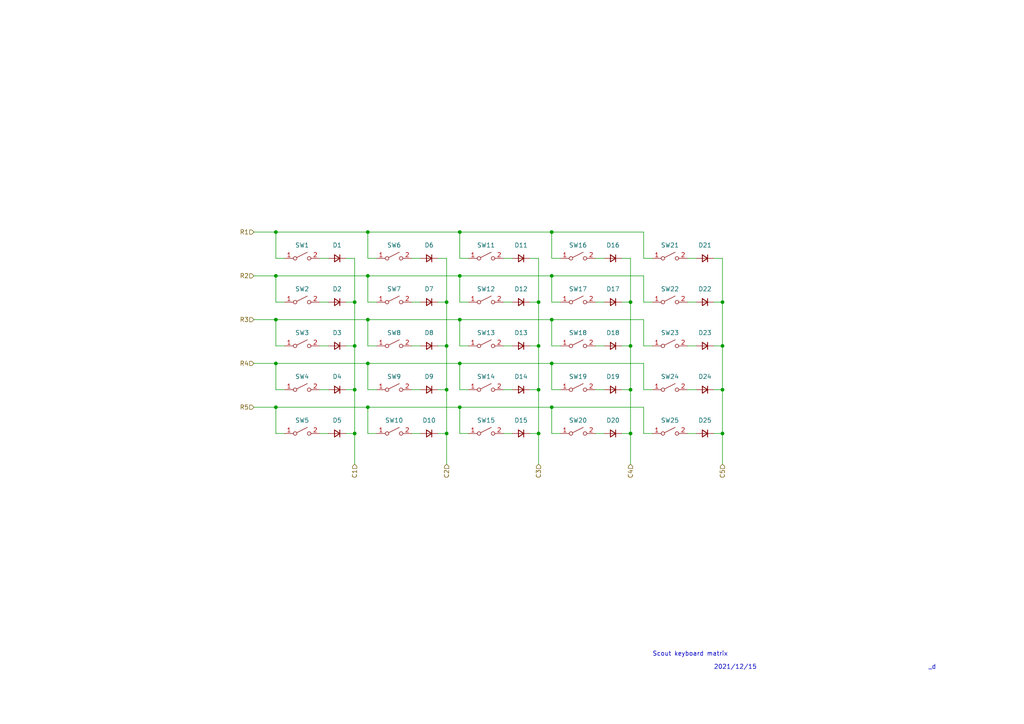
<source format=kicad_sch>
(kicad_sch (version 20211123) (generator eeschema)
  (paper "A4")
  (lib_symbols
    (symbol "Device:D_Small" (pin_numbers hide) (pin_names (offset 0.254) hide)
      (property "Reference" "D" (at -1.27 2.032 0))
      (property "Value" "D_Small" (at -3.81 -2.032 0))
      (symbol "D_Small_0_1"
        (polyline (pts (xy -0.762 -1.016) (xy -0.762 1.016)) (stroke (width 0.254)))
        (polyline (pts (xy -0.762 0) (xy 0.762 0)))
        (polyline (pts (xy 0.762 -1.016) (xy -0.762 0) (xy 0.762 1.016) (xy 0.762 -1.016)) (stroke (width 0.254)))
      )
      (symbol "D_Small_1_1"
        (pin passive line (at -2.54 0 0) (length 1.778) (name "K") (number "1"))
        (pin passive line (at 2.54 0 180) (length 1.778) (name "A") (number "2"))
      )
    )
    (symbol "Switch:SW_SPST" (pin_names (offset 0) hide)
      (property "Reference" "SW" (at 0 3.175 0))
      (property "Value" "SW_SPST" (at 0 -2.54 0))
      (symbol "SW_SPST_0_0"
        (circle (center -2.032 0) (radius 0.508))
        (polyline (pts (xy -1.524 0.254) (xy 1.524 1.778)))
        (circle (center 2.032 0) (radius 0.508))
      )
      (symbol "SW_SPST_1_1"
        (pin passive line (at -5.08 0 0) (length 2.54) (name "A") (number "1"))
        (pin passive line (at 5.08 0 180) (length 2.54) (name "B") (number "2"))
      )
    )
  )
  (junction (at 156.21 113.03))
  (junction (at 133.35 80.01))
  (junction (at 160.02 92.71))
  (junction (at 156.21 125.73))
  (junction (at 182.88 87.63))
  (junction (at 106.68 80.01))
  (junction (at 160.02 67.31))
  (junction (at 102.87 87.63))
  (junction (at 106.68 118.11))
  (junction (at 102.87 125.73))
  (junction (at 156.21 87.63))
  (junction (at 156.21 100.33))
  (junction (at 106.68 67.31))
  (junction (at 80.01 80.01))
  (junction (at 209.55 87.63))
  (junction (at 80.01 105.41))
  (junction (at 182.88 113.03))
  (junction (at 133.35 105.41))
  (junction (at 160.02 80.01))
  (junction (at 133.35 67.31))
  (junction (at 209.55 125.73))
  (junction (at 182.88 125.73))
  (junction (at 106.68 92.71))
  (junction (at 102.87 100.33))
  (junction (at 209.55 113.03))
  (junction (at 129.54 113.03))
  (junction (at 133.35 92.71))
  (junction (at 80.01 118.11))
  (junction (at 129.54 100.33))
  (junction (at 160.02 105.41))
  (junction (at 160.02 118.11))
  (junction (at 133.35 118.11))
  (junction (at 80.01 67.31))
  (junction (at 106.68 105.41))
  (junction (at 129.54 87.63))
  (junction (at 129.54 125.73))
  (junction (at 102.87 113.03))
  (junction (at 182.88 100.33))
  (junction (at 209.55 100.33))
  (junction (at 80.01 92.71))
  (wire (pts (xy 146.05 125.73) (xy 148.59 125.73)))
  (wire (pts (xy 106.68 92.71) (xy 80.01 92.71)))
  (wire (pts (xy 172.72 74.93) (xy 175.26 74.93)))
  (wire (pts (xy 129.54 87.63) (xy 129.54 100.33)))
  (wire (pts (xy 119.38 100.33) (xy 121.92 100.33)))
  (wire (pts (xy 129.54 113.03) (xy 129.54 125.73)))
  (wire (pts (xy 127 87.63) (xy 129.54 87.63)))
  (wire (pts (xy 160.02 100.33) (xy 162.56 100.33)))
  (wire (pts (xy 133.35 67.31) (xy 133.35 74.93)))
  (wire (pts (xy 182.88 100.33) (xy 182.88 113.03)))
  (wire (pts (xy 180.34 125.73) (xy 182.88 125.73)))
  (wire (pts (xy 102.87 100.33) (xy 102.87 113.03)))
  (wire (pts (xy 156.21 125.73) (xy 156.21 134.62)))
  (wire (pts (xy 160.02 118.11) (xy 186.69 118.11)))
  (wire (pts (xy 106.68 67.31) (xy 80.01 67.31)))
  (wire (pts (xy 106.68 125.73) (xy 109.22 125.73)))
  (wire (pts (xy 133.35 118.11) (xy 133.35 125.73)))
  (wire (pts (xy 180.34 74.93) (xy 182.88 74.93)))
  (wire (pts (xy 133.35 92.71) (xy 160.02 92.71)))
  (wire (pts (xy 156.21 74.93) (xy 156.21 87.63)))
  (wire (pts (xy 106.68 113.03) (xy 106.68 105.41)))
  (wire (pts (xy 80.01 80.01) (xy 80.01 87.63)))
  (wire (pts (xy 182.88 113.03) (xy 182.88 125.73)))
  (wire (pts (xy 80.01 105.41) (xy 80.01 113.03)))
  (wire (pts (xy 80.01 105.41) (xy 73.66 105.41)))
  (wire (pts (xy 100.33 74.93) (xy 102.87 74.93)))
  (wire (pts (xy 160.02 125.73) (xy 162.56 125.73)))
  (wire (pts (xy 172.72 113.03) (xy 175.26 113.03)))
  (wire (pts (xy 102.87 113.03) (xy 102.87 125.73)))
  (wire (pts (xy 180.34 87.63) (xy 182.88 87.63)))
  (wire (pts (xy 186.69 125.73) (xy 189.23 125.73)))
  (wire (pts (xy 160.02 67.31) (xy 186.69 67.31)))
  (wire (pts (xy 106.68 113.03) (xy 109.22 113.03)))
  (wire (pts (xy 133.35 67.31) (xy 160.02 67.31)))
  (wire (pts (xy 153.67 113.03) (xy 156.21 113.03)))
  (wire (pts (xy 209.55 113.03) (xy 209.55 125.73)))
  (wire (pts (xy 129.54 74.93) (xy 129.54 87.63)))
  (wire (pts (xy 207.01 87.63) (xy 209.55 87.63)))
  (wire (pts (xy 207.01 113.03) (xy 209.55 113.03)))
  (wire (pts (xy 80.01 74.93) (xy 82.55 74.93)))
  (wire (pts (xy 186.69 74.93) (xy 189.23 74.93)))
  (wire (pts (xy 100.33 87.63) (xy 102.87 87.63)))
  (wire (pts (xy 106.68 87.63) (xy 106.68 80.01)))
  (wire (pts (xy 92.71 113.03) (xy 95.25 113.03)))
  (wire (pts (xy 153.67 74.93) (xy 156.21 74.93)))
  (wire (pts (xy 106.68 125.73) (xy 106.68 118.11)))
  (wire (pts (xy 160.02 105.41) (xy 186.69 105.41)))
  (wire (pts (xy 186.69 80.01) (xy 186.69 87.63)))
  (wire (pts (xy 127 125.73) (xy 129.54 125.73)))
  (wire (pts (xy 209.55 87.63) (xy 209.55 100.33)))
  (wire (pts (xy 129.54 100.33) (xy 129.54 113.03)))
  (wire (pts (xy 172.72 125.73) (xy 175.26 125.73)))
  (wire (pts (xy 186.69 118.11) (xy 186.69 125.73)))
  (wire (pts (xy 160.02 92.71) (xy 160.02 100.33)))
  (wire (pts (xy 80.01 113.03) (xy 82.55 113.03)))
  (wire (pts (xy 209.55 125.73) (xy 209.55 134.62)))
  (wire (pts (xy 119.38 113.03) (xy 121.92 113.03)))
  (wire (pts (xy 207.01 100.33) (xy 209.55 100.33)))
  (wire (pts (xy 127 113.03) (xy 129.54 113.03)))
  (wire (pts (xy 92.71 87.63) (xy 95.25 87.63)))
  (wire (pts (xy 186.69 92.71) (xy 186.69 100.33)))
  (wire (pts (xy 186.69 100.33) (xy 189.23 100.33)))
  (wire (pts (xy 156.21 87.63) (xy 156.21 100.33)))
  (wire (pts (xy 92.71 74.93) (xy 95.25 74.93)))
  (wire (pts (xy 160.02 113.03) (xy 162.56 113.03)))
  (wire (pts (xy 160.02 74.93) (xy 162.56 74.93)))
  (wire (pts (xy 182.88 125.73) (xy 182.88 134.62)))
  (wire (pts (xy 92.71 125.73) (xy 95.25 125.73)))
  (wire (pts (xy 133.35 113.03) (xy 135.89 113.03)))
  (wire (pts (xy 133.35 118.11) (xy 160.02 118.11)))
  (wire (pts (xy 133.35 92.71) (xy 133.35 100.33)))
  (wire (pts (xy 106.68 67.31) (xy 133.35 67.31)))
  (wire (pts (xy 180.34 100.33) (xy 182.88 100.33)))
  (wire (pts (xy 106.68 100.33) (xy 109.22 100.33)))
  (wire (pts (xy 133.35 80.01) (xy 133.35 87.63)))
  (wire (pts (xy 133.35 125.73) (xy 135.89 125.73)))
  (wire (pts (xy 199.39 113.03) (xy 201.93 113.03)))
  (wire (pts (xy 133.35 105.41) (xy 160.02 105.41)))
  (wire (pts (xy 127 100.33) (xy 129.54 100.33)))
  (wire (pts (xy 106.68 118.11) (xy 133.35 118.11)))
  (wire (pts (xy 186.69 113.03) (xy 189.23 113.03)))
  (wire (pts (xy 146.05 100.33) (xy 148.59 100.33)))
  (wire (pts (xy 106.68 80.01) (xy 133.35 80.01)))
  (wire (pts (xy 160.02 92.71) (xy 186.69 92.71)))
  (wire (pts (xy 133.35 80.01) (xy 160.02 80.01)))
  (wire (pts (xy 80.01 92.71) (xy 80.01 100.33)))
  (wire (pts (xy 209.55 100.33) (xy 209.55 113.03)))
  (wire (pts (xy 106.68 74.93) (xy 106.68 67.31)))
  (wire (pts (xy 80.01 125.73) (xy 82.55 125.73)))
  (wire (pts (xy 153.67 125.73) (xy 156.21 125.73)))
  (wire (pts (xy 160.02 80.01) (xy 186.69 80.01)))
  (wire (pts (xy 146.05 74.93) (xy 148.59 74.93)))
  (wire (pts (xy 106.68 74.93) (xy 109.22 74.93)))
  (wire (pts (xy 127 74.93) (xy 129.54 74.93)))
  (wire (pts (xy 199.39 125.73) (xy 201.93 125.73)))
  (wire (pts (xy 172.72 100.33) (xy 175.26 100.33)))
  (wire (pts (xy 106.68 100.33) (xy 106.68 92.71)))
  (wire (pts (xy 106.68 87.63) (xy 109.22 87.63)))
  (wire (pts (xy 100.33 125.73) (xy 102.87 125.73)))
  (wire (pts (xy 153.67 100.33) (xy 156.21 100.33)))
  (wire (pts (xy 102.87 125.73) (xy 102.87 134.62)))
  (wire (pts (xy 186.69 67.31) (xy 186.69 74.93)))
  (wire (pts (xy 186.69 87.63) (xy 189.23 87.63)))
  (wire (pts (xy 119.38 87.63) (xy 121.92 87.63)))
  (wire (pts (xy 106.68 105.41) (xy 80.01 105.41)))
  (wire (pts (xy 160.02 118.11) (xy 160.02 125.73)))
  (wire (pts (xy 80.01 118.11) (xy 73.66 118.11)))
  (wire (pts (xy 80.01 80.01) (xy 73.66 80.01)))
  (wire (pts (xy 160.02 105.41) (xy 160.02 113.03)))
  (wire (pts (xy 133.35 105.41) (xy 133.35 113.03)))
  (wire (pts (xy 153.67 87.63) (xy 156.21 87.63)))
  (wire (pts (xy 129.54 125.73) (xy 129.54 134.62)))
  (wire (pts (xy 199.39 87.63) (xy 201.93 87.63)))
  (wire (pts (xy 80.01 118.11) (xy 80.01 125.73)))
  (wire (pts (xy 80.01 92.71) (xy 73.66 92.71)))
  (wire (pts (xy 106.68 92.71) (xy 133.35 92.71)))
  (wire (pts (xy 133.35 87.63) (xy 135.89 87.63)))
  (wire (pts (xy 182.88 87.63) (xy 182.88 100.33)))
  (wire (pts (xy 106.68 105.41) (xy 133.35 105.41)))
  (wire (pts (xy 100.33 113.03) (xy 102.87 113.03)))
  (wire (pts (xy 106.68 80.01) (xy 80.01 80.01)))
  (wire (pts (xy 199.39 74.93) (xy 201.93 74.93)))
  (wire (pts (xy 209.55 74.93) (xy 209.55 87.63)))
  (wire (pts (xy 146.05 87.63) (xy 148.59 87.63)))
  (wire (pts (xy 133.35 100.33) (xy 135.89 100.33)))
  (wire (pts (xy 102.87 87.63) (xy 102.87 100.33)))
  (wire (pts (xy 156.21 113.03) (xy 156.21 125.73)))
  (wire (pts (xy 207.01 125.73) (xy 209.55 125.73)))
  (wire (pts (xy 182.88 74.93) (xy 182.88 87.63)))
  (wire (pts (xy 207.01 74.93) (xy 209.55 74.93)))
  (wire (pts (xy 160.02 67.31) (xy 160.02 74.93)))
  (wire (pts (xy 100.33 100.33) (xy 102.87 100.33)))
  (wire (pts (xy 80.01 67.31) (xy 80.01 74.93)))
  (wire (pts (xy 172.72 87.63) (xy 175.26 87.63)))
  (wire (pts (xy 102.87 74.93) (xy 102.87 87.63)))
  (wire (pts (xy 119.38 74.93) (xy 121.92 74.93)))
  (wire (pts (xy 199.39 100.33) (xy 201.93 100.33)))
  (wire (pts (xy 160.02 80.01) (xy 160.02 87.63)))
  (wire (pts (xy 156.21 100.33) (xy 156.21 113.03)))
  (wire (pts (xy 80.01 67.31) (xy 73.66 67.31)))
  (wire (pts (xy 160.02 87.63) (xy 162.56 87.63)))
  (wire (pts (xy 80.01 100.33) (xy 82.55 100.33)))
  (wire (pts (xy 186.69 105.41) (xy 186.69 113.03)))
  (wire (pts (xy 119.38 125.73) (xy 121.92 125.73)))
  (wire (pts (xy 106.68 118.11) (xy 80.01 118.11)))
  (wire (pts (xy 92.71 100.33) (xy 95.25 100.33)))
  (wire (pts (xy 146.05 113.03) (xy 148.59 113.03)))
  (wire (pts (xy 180.34 113.03) (xy 182.88 113.03)))
  (wire (pts (xy 133.35 74.93) (xy 135.89 74.93)))
  (wire (pts (xy 80.01 87.63) (xy 82.55 87.63)))
  (text "2021/12/15" (at 207.01 194.31 0) (effects (font (size 1.27 1.27)) (justify left bottom)))
  (text "Scout keyboard matrix" (at 189.23 190.5 0) (effects (font (size 1.27 1.27)) (justify left bottom)))
  (text "_d" (at 269.24 194.31 0) (effects (font (size 1.27 1.27)) (justify left bottom)))
  (hierarchical_label "C1" (shape input) (at 102.87 134.62 270))
  (hierarchical_label "C5" (shape input) (at 209.55 134.62 270))
  (hierarchical_label "C3" (shape input) (at 156.21 134.62 270))
  (hierarchical_label "R1" (shape input) (at 73.66 67.31 180))
  (hierarchical_label "R3" (shape input) (at 73.66 92.71 180))
  (hierarchical_label "C2" (shape input) (at 129.54 134.62 270))
  (hierarchical_label "C4" (shape input) (at 182.88 134.62 270))
  (hierarchical_label "R2" (shape input) (at 73.66 80.01 180))
  (hierarchical_label "R4" (shape input) (at 73.66 105.41 180))
  (hierarchical_label "R5" (shape input) (at 73.66 118.11 180))
  (symbol (lib_id "Switch:SW_SPST") (at 87.63 74.93 0) (unit 1)
    (property "Reference" "SW1" (at 87.63 71.12 0))
    (property "Value" "SPST" (effects hide))
    (property "Footprint" "Button_Switch_THT:SW_PUSH_6mm" (effects hide))
  )
  (symbol (lib_id "Device:D_Small") (at 97.79 74.93 180) (unit 1)
    (property "Reference" "D1" (at 97.79 71.12 0))
    (property "Value" "D" (effects hide))
  )
  (symbol (lib_id "Switch:SW_SPST") (at 114.3 74.93 0) (unit 1)
    (property "Reference" "SW6" (at 114.3 71.12 0))
    (property "Value" "SPST" (effects hide))
    (property "Footprint" "Button_Switch_THT:SW_PUSH_6mm" (effects hide))
  )
  (symbol (lib_id "Device:D_Small") (at 124.46 74.93 180) (unit 1)
    (property "Reference" "D6" (at 124.46 71.12 0))
    (property "Value" "D" (effects hide))
  )
  (symbol (lib_id "Switch:SW_SPST") (at 140.97 74.93 0) (unit 1)
    (property "Reference" "SW11" (at 140.97 71.12 0))
    (property "Value" "SPST" (effects hide))
    (property "Footprint" "Button_Switch_THT:SW_PUSH_6mm" (effects hide))
  )
  (symbol (lib_id "Device:D_Small") (at 151.13 74.93 180) (unit 1)
    (property "Reference" "D11" (at 151.13 71.12 0))
    (property "Value" "D" (effects hide))
  )
  (symbol (lib_id "Switch:SW_SPST") (at 167.64 74.93 0) (unit 1)
    (property "Reference" "SW16" (at 167.64 71.12 0))
    (property "Value" "SPST" (effects hide))
    (property "Footprint" "Button_Switch_THT:SW_PUSH_6mm" (effects hide))
  )
  (symbol (lib_id "Device:D_Small") (at 177.8 74.93 180) (unit 1)
    (property "Reference" "D16" (at 177.8 71.12 0))
    (property "Value" "D" (effects hide))
  )
  (symbol (lib_id "Switch:SW_SPST") (at 194.31 74.93 0) (unit 1)
    (property "Reference" "SW21" (at 194.31 71.12 0))
    (property "Value" "SPST" (effects hide))
    (property "Footprint" "Button_Switch_THT:SW_PUSH_6mm" (effects hide))
  )
  (symbol (lib_id "Device:D_Small") (at 204.47 74.93 180) (unit 1)
    (property "Reference" "D21" (at 204.47 71.12 0))
    (property "Value" "D" (effects hide))
  )
  (symbol (lib_id "Switch:SW_SPST") (at 87.63 87.63 0) (unit 1)
    (property "Reference" "SW2" (at 87.63 83.82 0))
    (property "Value" "SPST" (effects hide))
    (property "Footprint" "Button_Switch_THT:SW_PUSH_6mm" (effects hide))
  )
  (symbol (lib_id "Device:D_Small") (at 97.79 87.63 180) (unit 1)
    (property "Reference" "D2" (at 97.79 83.82 0))
    (property "Value" "D" (effects hide))
  )
  (symbol (lib_id "Device:D_Small") (at 124.46 87.63 180) (unit 1)
    (property "Reference" "D7" (at 124.46 83.82 0))
    (property "Value" "D" (effects hide))
  )
  (symbol (lib_id "Switch:SW_SPST") (at 140.97 87.63 0) (unit 1)
    (property "Reference" "SW12" (at 140.97 83.82 0))
    (property "Value" "SPST" (effects hide))
    (property "Footprint" "Button_Switch_THT:SW_PUSH_6mm" (effects hide))
  )
  (symbol (lib_id "Device:D_Small") (at 151.13 87.63 180) (unit 1)
    (property "Reference" "D12" (at 151.13 83.82 0))
    (property "Value" "D" (effects hide))
  )
  (symbol (lib_id "Switch:SW_SPST") (at 167.64 87.63 0) (unit 1)
    (property "Reference" "SW17" (at 167.64 83.82 0))
    (property "Value" "SPST" (effects hide))
    (property "Footprint" "Button_Switch_THT:SW_PUSH_6mm" (effects hide))
  )
  (symbol (lib_id "Device:D_Small") (at 177.8 87.63 180) (unit 1)
    (property "Reference" "D17" (at 177.8 83.82 0))
    (property "Value" "D" (effects hide))
  )
  (symbol (lib_id "Switch:SW_SPST") (at 194.31 87.63 0) (unit 1)
    (property "Reference" "SW22" (at 194.31 83.82 0))
    (property "Value" "SPST" (effects hide))
    (property "Footprint" "Button_Switch_THT:SW_PUSH_6mm" (effects hide))
  )
  (symbol (lib_id "Device:D_Small") (at 204.47 87.63 180) (unit 1)
    (property "Reference" "D22" (at 204.47 83.82 0))
    (property "Value" "D" (effects hide))
  )
  (symbol (lib_id "Switch:SW_SPST") (at 114.3 87.63 0) (unit 1)
    (property "Reference" "SW7" (at 114.3 83.82 0))
    (property "Value" "SPST" (effects hide))
    (property "Footprint" "Button_Switch_THT:SW_PUSH_6mm" (effects hide))
  )
  (symbol (lib_id "Switch:SW_SPST") (at 87.63 100.33 0) (unit 1)
    (property "Reference" "SW3" (at 87.63 96.52 0))
    (property "Value" "SPST" (effects hide))
    (property "Footprint" "Button_Switch_THT:SW_PUSH_6mm" (effects hide))
  )
  (symbol (lib_id "Device:D_Small") (at 97.79 100.33 180) (unit 1)
    (property "Reference" "D3" (at 97.79 96.52 0))
    (property "Value" "D" (effects hide))
  )
  (symbol (lib_id "Device:D_Small") (at 124.46 100.33 180) (unit 1)
    (property "Reference" "D8" (at 124.46 96.52 0))
    (property "Value" "D" (effects hide))
  )
  (symbol (lib_id "Switch:SW_SPST") (at 140.97 100.33 0) (unit 1)
    (property "Reference" "SW13" (at 140.97 96.52 0))
    (property "Value" "SPST" (effects hide))
    (property "Footprint" "Button_Switch_THT:SW_PUSH_6mm" (effects hide))
  )
  (symbol (lib_id "Device:D_Small") (at 151.13 100.33 180) (unit 1)
    (property "Reference" "D13" (at 151.13 96.52 0))
    (property "Value" "D" (effects hide))
  )
  (symbol (lib_id "Switch:SW_SPST") (at 167.64 100.33 0) (unit 1)
    (property "Reference" "SW18" (at 167.64 96.52 0))
    (property "Value" "SPST" (effects hide))
    (property "Footprint" "Button_Switch_THT:SW_PUSH_6mm" (effects hide))
  )
  (symbol (lib_id "Device:D_Small") (at 177.8 100.33 180) (unit 1)
    (property "Reference" "D18" (at 177.8 96.52 0))
    (property "Value" "D" (effects hide))
  )
  (symbol (lib_id "Switch:SW_SPST") (at 194.31 100.33 0) (unit 1)
    (property "Reference" "SW23" (at 194.31 96.52 0))
    (property "Value" "SPST" (effects hide))
    (property "Footprint" "Button_Switch_THT:SW_PUSH_6mm" (effects hide))
  )
  (symbol (lib_id "Device:D_Small") (at 204.47 100.33 180) (unit 1)
    (property "Reference" "D23" (at 204.47 96.52 0))
    (property "Value" "D" (effects hide))
  )
  (symbol (lib_id "Switch:SW_SPST") (at 114.3 100.33 0) (unit 1)
    (property "Reference" "SW8" (at 114.3 96.52 0))
    (property "Value" "SPST" (effects hide))
    (property "Footprint" "Button_Switch_THT:SW_PUSH_6mm" (effects hide))
  )
  (symbol (lib_id "Switch:SW_SPST") (at 87.63 113.03 0) (unit 1)
    (property "Reference" "SW4" (at 87.63 109.22 0))
    (property "Value" "SPST" (effects hide))
    (property "Footprint" "Button_Switch_THT:SW_PUSH_6mm" (effects hide))
  )
  (symbol (lib_id "Device:D_Small") (at 97.79 113.03 180) (unit 1)
    (property "Reference" "D4" (at 97.79 109.22 0))
    (property "Value" "D" (effects hide))
  )
  (symbol (lib_id "Device:D_Small") (at 124.46 113.03 180) (unit 1)
    (property "Reference" "D9" (at 124.46 109.22 0))
    (property "Value" "D" (effects hide))
  )
  (symbol (lib_id "Switch:SW_SPST") (at 140.97 113.03 0) (unit 1)
    (property "Reference" "SW14" (at 140.97 109.22 0))
    (property "Value" "SPST" (effects hide))
    (property "Footprint" "Button_Switch_THT:SW_PUSH_6mm" (effects hide))
  )
  (symbol (lib_id "Device:D_Small") (at 151.13 113.03 180) (unit 1)
    (property "Reference" "D14" (at 151.13 109.22 0))
    (property "Value" "D" (effects hide))
  )
  (symbol (lib_id "Switch:SW_SPST") (at 167.64 113.03 0) (unit 1)
    (property "Reference" "SW19" (at 167.64 109.22 0))
    (property "Value" "SPST" (effects hide))
    (property "Footprint" "Button_Switch_THT:SW_PUSH_6mm" (effects hide))
  )
  (symbol (lib_id "Device:D_Small") (at 177.8 113.03 180) (unit 1)
    (property "Reference" "D19" (at 177.8 109.22 0))
    (property "Value" "D" (effects hide))
  )
  (symbol (lib_id "Switch:SW_SPST") (at 194.31 113.03 0) (unit 1)
    (property "Reference" "SW24" (at 194.31 109.22 0))
    (property "Value" "SPST" (effects hide))
    (property "Footprint" "Button_Switch_THT:SW_PUSH_6mm" (effects hide))
  )
  (symbol (lib_id "Device:D_Small") (at 204.47 113.03 180) (unit 1)
    (property "Reference" "D24" (at 204.47 109.22 0))
    (property "Value" "D" (effects hide))
  )
  (symbol (lib_id "Switch:SW_SPST") (at 114.3 113.03 0) (unit 1)
    (property "Reference" "SW9" (at 114.3 109.22 0))
    (property "Value" "SPST" (effects hide))
    (property "Footprint" "Button_Switch_THT:SW_PUSH_6mm" (effects hide))
  )
  (symbol (lib_id "Switch:SW_SPST") (at 87.63 125.73 0) (unit 1)
    (property "Reference" "SW5" (at 87.63 121.92 0))
    (property "Value" "SPST" (effects hide))
    (property "Footprint" "Button_Switch_THT:SW_PUSH_6mm" (effects hide))
  )
  (symbol (lib_id "Device:D_Small") (at 97.79 125.73 180) (unit 1)
    (property "Reference" "D5" (at 97.79 121.92 0))
    (property "Value" "D" (effects hide))
  )
  (symbol (lib_id "Device:D_Small") (at 124.46 125.73 180) (unit 1)
    (property "Reference" "D10" (at 124.46 121.92 0))
    (property "Value" "D" (effects hide))
  )
  (symbol (lib_id "Switch:SW_SPST") (at 140.97 125.73 0) (unit 1)
    (property "Reference" "SW15" (at 140.97 121.92 0))
    (property "Value" "SPST" (effects hide))
    (property "Footprint" "Button_Switch_THT:SW_PUSH_6mm" (effects hide))
  )
  (symbol (lib_id "Device:D_Small") (at 151.13 125.73 180) (unit 1)
    (property "Reference" "D15" (at 151.13 121.92 0))
    (property "Value" "D" (effects hide))
  )
  (symbol (lib_id "Switch:SW_SPST") (at 167.64 125.73 0) (unit 1)
    (property "Reference" "SW20" (at 167.64 121.92 0))
    (property "Value" "SPST" (effects hide))
    (property "Footprint" "Button_Switch_THT:SW_PUSH_6mm" (effects hide))
  )
  (symbol (lib_id "Device:D_Small") (at 177.8 125.73 180) (unit 1)
    (property "Reference" "D20" (at 177.8 121.92 0))
    (property "Value" "D" (effects hide))
  )
  (symbol (lib_id "Switch:SW_SPST") (at 194.31 125.73 0) (unit 1)
    (property "Reference" "SW25" (at 194.31 121.92 0))
    (property "Value" "SPST" (effects hide))
    (property "Footprint" "Button_Switch_THT:SW_PUSH_6mm" (effects hide))
  )
  (symbol (lib_id "Device:D_Small") (at 204.47 125.73 180) (unit 1)
    (property "Reference" "D25" (at 204.47 121.92 0))
    (property "Value" "D" (effects hide))
  )
  (symbol (lib_id "Switch:SW_SPST") (at 114.3 125.73 0) (unit 1)
    (property "Reference" "SW10" (at 114.3 121.92 0))
    (property "Value" "SPST" (effects hide))
    (property "Footprint" "Button_Switch_THT:SW_PUSH_6mm" (effects hide))
  )
)
</source>
